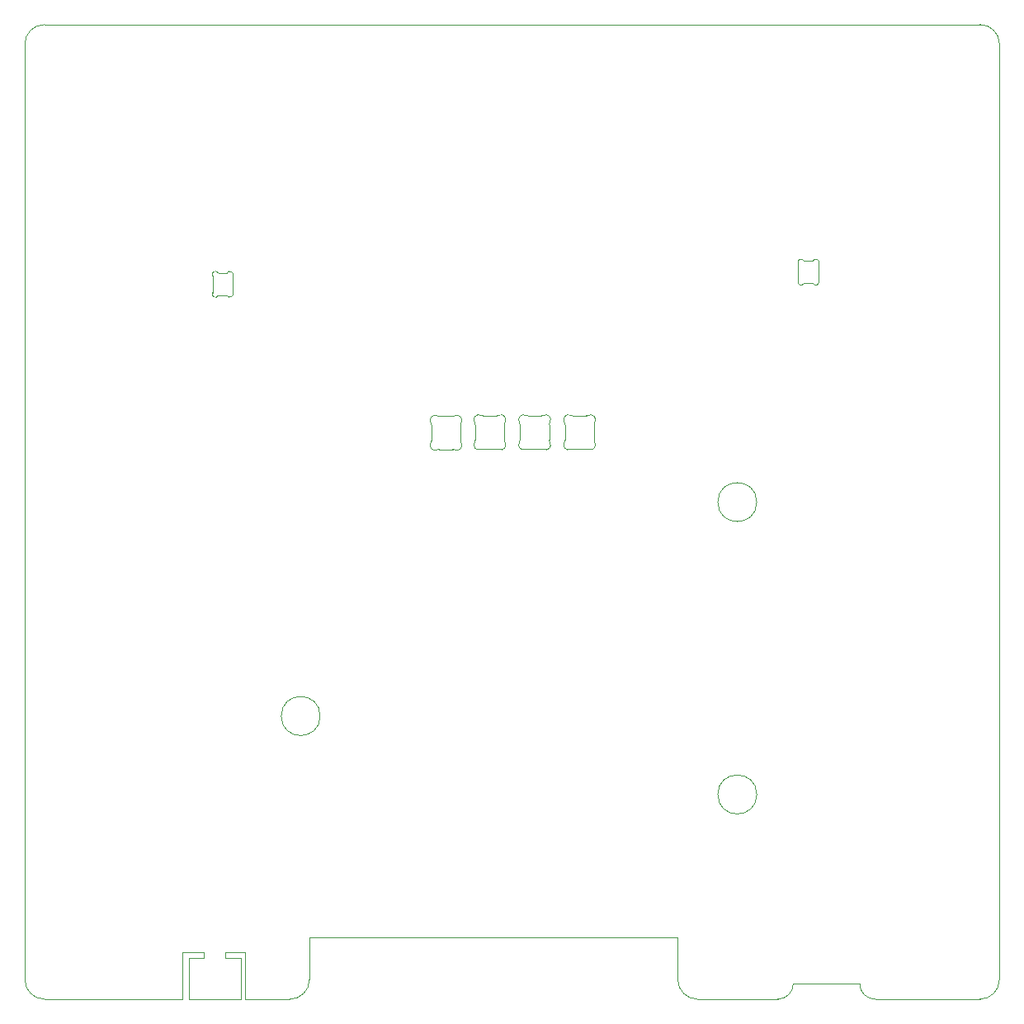
<source format=gbr>
%TF.GenerationSoftware,KiCad,Pcbnew,8.0.5*%
%TF.CreationDate,2024-10-11T23:52:18+02:00*%
%TF.ProjectId,labathome_pcb15,6c616261-7468-46f6-9d65-5f7063623135,rev?*%
%TF.SameCoordinates,Original*%
%TF.FileFunction,Profile,NP*%
%FSLAX46Y46*%
G04 Gerber Fmt 4.6, Leading zero omitted, Abs format (unit mm)*
G04 Created by KiCad (PCBNEW 8.0.5) date 2024-10-11 23:52:18*
%MOMM*%
%LPD*%
G01*
G04 APERTURE LIST*
%TA.AperFunction,Profile*%
%ADD10C,0.100000*%
%TD*%
%TA.AperFunction,Profile*%
%ADD11C,0.050000*%
%TD*%
G04 APERTURE END LIST*
D10*
X169000000Y-150000000D02*
G75*
G02*
X167000000Y-148000000I0J2000000D01*
G01*
X122200000Y-150000000D02*
X122200000Y-145800000D01*
X100000000Y-52000000D02*
G75*
G02*
X102000000Y-50000000I2000000J0D01*
G01*
X100000000Y-52000000D02*
X100000000Y-148000000D01*
X120600000Y-145200000D02*
X122600000Y-145200000D01*
X200000000Y-148000000D02*
G75*
G02*
X198000000Y-150000000I-2000000J0D01*
G01*
X129200000Y-148000000D02*
X129200000Y-143700000D01*
X198000000Y-50000000D02*
G75*
G02*
X200000000Y-52000000I0J-2000000D01*
G01*
X187250000Y-150000000D02*
G75*
G02*
X185650000Y-148400000I0J1600000D01*
G01*
X129200000Y-143700000D02*
X167000000Y-143700000D01*
X129200000Y-148000000D02*
G75*
G02*
X127200000Y-150000000I-2000000J0D01*
G01*
X116200000Y-150000000D02*
X116200000Y-145200000D01*
X122600000Y-150000000D02*
X127200000Y-150000000D01*
X116800000Y-145800000D02*
X116800000Y-150000000D01*
X102000000Y-150000000D02*
X116200000Y-150000000D01*
X116800000Y-150000000D02*
X122200000Y-150000000D01*
X120600000Y-145800000D02*
X120600000Y-145200000D01*
X118400000Y-145800000D02*
X116800000Y-145800000D01*
X167000000Y-143700000D02*
X167000000Y-148000000D01*
X122600000Y-145200000D02*
X122600000Y-150000000D01*
X200000000Y-148000000D02*
X200000000Y-52000000D01*
X187250000Y-150000000D02*
X198000000Y-150000000D01*
X102000000Y-150000000D02*
G75*
G02*
X100000000Y-148000000I0J2000000D01*
G01*
X169000000Y-150000000D02*
X177250000Y-150000000D01*
X178850000Y-148400000D02*
G75*
G02*
X177250000Y-150000000I-1600000J0D01*
G01*
X178850000Y-148400000D02*
X185650000Y-148400000D01*
X118400000Y-145200000D02*
X118400000Y-145800000D01*
X116200000Y-145200000D02*
X118400000Y-145200000D01*
X122200000Y-145800000D02*
X120600000Y-145800000D01*
X198000000Y-50000000D02*
X102000000Y-50000000D01*
D11*
%TO.C,SW5*%
X130300000Y-120950000D02*
G75*
G02*
X126300000Y-120950000I-2000000J0D01*
G01*
X126300000Y-120950000D02*
G75*
G02*
X130300000Y-120950000I2000000J0D01*
G01*
D10*
%TO.C,D21*%
X155410001Y-92634453D02*
X155410001Y-91045549D01*
X156207159Y-90140002D02*
X157612843Y-90140002D01*
X157612843Y-93540000D02*
X156207159Y-93540000D01*
X158410000Y-91045548D02*
X158410000Y-92634453D01*
X155341702Y-90793290D02*
G75*
G02*
X155410000Y-91045549I-431712J-252260D01*
G01*
X155341702Y-90793290D02*
G75*
G02*
X155990281Y-90090518I431698J252260D01*
G01*
X155410001Y-92634453D02*
G75*
G02*
X155341702Y-92886711I-500009J3D01*
G01*
X155990281Y-93589485D02*
G75*
G02*
X155341704Y-92886712I-216877J450515D01*
G01*
X155990281Y-93589485D02*
G75*
G02*
X156207158Y-93540000I216876J-450505D01*
G01*
X156207159Y-90140002D02*
G75*
G02*
X155990281Y-90090517I81J500352D01*
G01*
X157612843Y-93540000D02*
G75*
G02*
X157829721Y-93589485I2J-499990D01*
G01*
X157829721Y-90090517D02*
G75*
G02*
X157612844Y-90140000I-216921J450717D01*
G01*
X157829721Y-90090517D02*
G75*
G02*
X158478298Y-90793290I216879J-450513D01*
G01*
X158410000Y-91045548D02*
G75*
G02*
X158478299Y-90793290I500010J-2D01*
G01*
X158478300Y-92886712D02*
G75*
G02*
X157829721Y-93589485I-431701J-252258D01*
G01*
X158478300Y-92886712D02*
G75*
G02*
X158410001Y-92634454I431710J252261D01*
G01*
D11*
%TO.C,D19*%
X119250000Y-75800000D02*
X119250000Y-77500000D01*
X119850000Y-77800000D02*
X120750000Y-77800000D01*
X120750000Y-75500000D02*
X119850000Y-75500000D01*
X121350000Y-77500000D02*
X121350000Y-75800000D01*
X119250000Y-75800000D02*
G75*
G02*
X119850000Y-75500000I300000J150000D01*
G01*
X119850000Y-77800000D02*
G75*
G02*
X119250000Y-77500000I-300000J150000D01*
G01*
X120750000Y-75500000D02*
G75*
G02*
X121350000Y-75800000I300000J-150000D01*
G01*
X121350000Y-77500000D02*
G75*
G02*
X120750000Y-77800000I-300000J-150000D01*
G01*
%TO.C,SW7*%
X175100000Y-99000000D02*
G75*
G02*
X171100000Y-99000000I-2000000J0D01*
G01*
X171100000Y-99000000D02*
G75*
G02*
X175100000Y-99000000I2000000J0D01*
G01*
D10*
%TO.C,D15*%
X150804202Y-92634453D02*
X150804202Y-91045549D01*
X151601360Y-90140002D02*
X153007044Y-90140002D01*
X153007044Y-93540000D02*
X151601360Y-93540000D01*
X153804201Y-91045548D02*
X153804201Y-92634453D01*
X150735903Y-90793290D02*
G75*
G02*
X150804201Y-91045549I-431712J-252260D01*
G01*
X150735903Y-90793290D02*
G75*
G02*
X151384482Y-90090518I431698J252260D01*
G01*
X150804202Y-92634453D02*
G75*
G02*
X150735903Y-92886711I-500009J3D01*
G01*
X151384482Y-93589485D02*
G75*
G02*
X150735905Y-92886712I-216877J450515D01*
G01*
X151384482Y-93589485D02*
G75*
G02*
X151601359Y-93540000I216876J-450505D01*
G01*
X151601360Y-90140002D02*
G75*
G02*
X151384482Y-90090517I81J500352D01*
G01*
X153007044Y-93540000D02*
G75*
G02*
X153223922Y-93589485I2J-499990D01*
G01*
X153223922Y-90090517D02*
G75*
G02*
X153007045Y-90140000I-216921J450717D01*
G01*
X153223922Y-90090517D02*
G75*
G02*
X153872499Y-90793290I216879J-450513D01*
G01*
X153804201Y-91045548D02*
G75*
G02*
X153872500Y-90793290I500010J-2D01*
G01*
X153872501Y-92886712D02*
G75*
G02*
X153223922Y-93589485I-431701J-252258D01*
G01*
X153872501Y-92886712D02*
G75*
G02*
X153804202Y-92634454I431710J252261D01*
G01*
D11*
%TO.C,SW8*%
X175100000Y-129000000D02*
G75*
G02*
X171100000Y-129000000I-2000000J0D01*
G01*
X171100000Y-129000000D02*
G75*
G02*
X175100000Y-129000000I2000000J0D01*
G01*
D10*
%TO.C,D17*%
X141710001Y-92684453D02*
X141710001Y-91095549D01*
X142507159Y-90190002D02*
X143912843Y-90190002D01*
X143912843Y-93590000D02*
X142507159Y-93590000D01*
X144710000Y-91095548D02*
X144710000Y-92684453D01*
X141641702Y-90843290D02*
G75*
G02*
X141710000Y-91095549I-431712J-252260D01*
G01*
X141641702Y-90843290D02*
G75*
G02*
X142290281Y-90140518I431698J252260D01*
G01*
X141710001Y-92684453D02*
G75*
G02*
X141641702Y-92936711I-500009J3D01*
G01*
X142290281Y-93639485D02*
G75*
G02*
X141641704Y-92936712I-216877J450515D01*
G01*
X142290281Y-93639485D02*
G75*
G02*
X142507158Y-93590000I216876J-450505D01*
G01*
X142507159Y-90190002D02*
G75*
G02*
X142290281Y-90140517I81J500352D01*
G01*
X143912843Y-93590000D02*
G75*
G02*
X144129721Y-93639485I2J-499990D01*
G01*
X144129721Y-90140517D02*
G75*
G02*
X143912844Y-90190000I-216921J450717D01*
G01*
X144129721Y-90140517D02*
G75*
G02*
X144778298Y-90843290I216879J-450513D01*
G01*
X144710000Y-91095548D02*
G75*
G02*
X144778299Y-90843290I500010J-2D01*
G01*
X144778300Y-92936712D02*
G75*
G02*
X144129721Y-93639485I-431701J-252258D01*
G01*
X144778300Y-92936712D02*
G75*
G02*
X144710001Y-92684454I431710J252261D01*
G01*
%TO.C,D16*%
X146210001Y-92634453D02*
X146210001Y-91045549D01*
X147007159Y-90140002D02*
X148412843Y-90140002D01*
X148412843Y-93540000D02*
X147007159Y-93540000D01*
X149210000Y-91045548D02*
X149210000Y-92634453D01*
X146141702Y-90793290D02*
G75*
G02*
X146210000Y-91045549I-431712J-252260D01*
G01*
X146141702Y-90793290D02*
G75*
G02*
X146790281Y-90090518I431698J252260D01*
G01*
X146210001Y-92634453D02*
G75*
G02*
X146141702Y-92886711I-500009J3D01*
G01*
X146790281Y-93589485D02*
G75*
G02*
X146141704Y-92886712I-216877J450515D01*
G01*
X146790281Y-93589485D02*
G75*
G02*
X147007158Y-93540000I216876J-450505D01*
G01*
X147007159Y-90140002D02*
G75*
G02*
X146790281Y-90090517I81J500352D01*
G01*
X148412843Y-93540000D02*
G75*
G02*
X148629721Y-93589485I2J-499990D01*
G01*
X148629721Y-90090517D02*
G75*
G02*
X148412844Y-90140000I-216921J450717D01*
G01*
X148629721Y-90090517D02*
G75*
G02*
X149278298Y-90793290I216879J-450513D01*
G01*
X149210000Y-91045548D02*
G75*
G02*
X149278299Y-90793290I500010J-2D01*
G01*
X149278300Y-92886712D02*
G75*
G02*
X148629721Y-93589485I-431701J-252258D01*
G01*
X149278300Y-92886712D02*
G75*
G02*
X149210001Y-92634454I431710J252261D01*
G01*
D11*
%TO.C,D14*%
X179350000Y-74550000D02*
X179350000Y-76250000D01*
X179950000Y-76550000D02*
X180850000Y-76550000D01*
X180850000Y-74250000D02*
X179950000Y-74250000D01*
X181450000Y-76250000D02*
X181450000Y-74550000D01*
X179350000Y-74550000D02*
G75*
G02*
X179950000Y-74250000I300000J150000D01*
G01*
X179950000Y-76550000D02*
G75*
G02*
X179350000Y-76250000I-300000J150000D01*
G01*
X180850000Y-74250000D02*
G75*
G02*
X181450000Y-74550000I300000J-150000D01*
G01*
X181450000Y-76250000D02*
G75*
G02*
X180850000Y-76550000I-300000J-150000D01*
G01*
%TD*%
M02*

</source>
